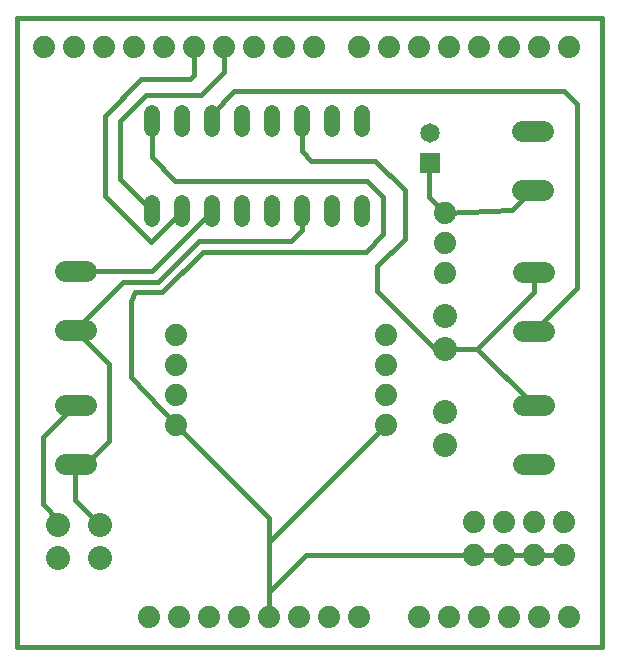
<source format=gtl>
G75*
%MOIN*%
%OFA0B0*%
%FSLAX25Y25*%
%IPPOS*%
%LPD*%
%AMOC8*
5,1,8,0,0,1.08239X$1,22.5*
%
%ADD10C,0.01600*%
%ADD11C,0.07400*%
%ADD12C,0.05200*%
%ADD13C,0.07050*%
%ADD14C,0.08000*%
%ADD15R,0.06500X0.06500*%
%ADD16C,0.06500*%
D10*
X0093524Y0001800D02*
X0093524Y0211249D01*
X0288406Y0211249D01*
X0288406Y0001800D01*
X0093524Y0001800D01*
X0107303Y0042536D02*
X0107303Y0044123D01*
X0102185Y0049241D01*
X0102185Y0071564D01*
X0112933Y0082312D01*
X0124232Y0070501D02*
X0116358Y0062627D01*
X0112933Y0062627D01*
X0112933Y0050686D01*
X0121083Y0042536D01*
X0124232Y0070501D02*
X0124232Y0096013D01*
X0112933Y0107312D01*
X0128878Y0123257D01*
X0140374Y0123257D01*
X0154154Y0137036D01*
X0184862Y0137036D01*
X0188445Y0140619D01*
X0188445Y0147036D01*
X0210059Y0157115D02*
X0215571Y0151603D01*
X0215571Y0139398D01*
X0209665Y0133493D01*
X0155335Y0133493D01*
X0141949Y0120107D01*
X0132894Y0120107D01*
X0131319Y0116957D01*
X0131319Y0091564D01*
X0146476Y0075619D01*
X0177524Y0044572D01*
X0177524Y0036587D01*
X0177524Y0011603D01*
X0177524Y0020107D01*
X0189728Y0032312D01*
X0245886Y0032312D01*
X0255886Y0032312D01*
X0265886Y0032312D01*
X0275886Y0032312D01*
X0216555Y0075619D02*
X0177524Y0036587D01*
X0246937Y0101221D02*
X0265650Y0082509D01*
X0246937Y0101221D02*
X0265650Y0119934D01*
X0265650Y0126603D01*
X0280138Y0121406D02*
X0265650Y0106918D01*
X0246937Y0101221D02*
X0236240Y0101221D01*
X0232882Y0101221D01*
X0213602Y0120501D01*
X0213602Y0128769D01*
X0222657Y0137824D01*
X0222657Y0153965D01*
X0212815Y0163808D01*
X0191555Y0163808D01*
X0188445Y0166918D01*
X0188445Y0177036D01*
X0165965Y0187036D02*
X0158445Y0179517D01*
X0158445Y0177036D01*
X0154941Y0185855D02*
X0136437Y0185855D01*
X0127776Y0177194D01*
X0127776Y0157706D01*
X0138445Y0147036D01*
X0148445Y0147036D02*
X0138051Y0136643D01*
X0138012Y0136643D01*
X0122657Y0151997D01*
X0122657Y0178769D01*
X0134862Y0190973D01*
X0151004Y0190973D01*
X0152524Y0192493D01*
X0152524Y0201603D01*
X0162524Y0201603D02*
X0162524Y0193438D01*
X0154941Y0185855D01*
X0165965Y0187036D02*
X0275807Y0187036D01*
X0280138Y0182706D01*
X0280138Y0121406D01*
X0258563Y0147272D02*
X0236043Y0146485D01*
X0230925Y0151603D01*
X0230925Y0162942D01*
X0231122Y0163139D01*
X0210059Y0157115D02*
X0146280Y0157115D01*
X0138445Y0164950D01*
X0138445Y0177036D01*
X0158445Y0147036D02*
X0138406Y0126997D01*
X0112933Y0126997D01*
X0258563Y0147272D02*
X0265256Y0153965D01*
D11*
X0236043Y0146485D03*
X0236043Y0136485D03*
X0236043Y0126485D03*
X0216555Y0105619D03*
X0216555Y0095619D03*
X0216555Y0085619D03*
X0216555Y0075619D03*
X0245886Y0043335D03*
X0255886Y0043335D03*
X0265886Y0043335D03*
X0275886Y0043335D03*
X0275886Y0032312D03*
X0265886Y0032312D03*
X0255886Y0032312D03*
X0245886Y0032312D03*
X0247524Y0011603D03*
X0237524Y0011603D03*
X0227524Y0011603D03*
X0207524Y0011603D03*
X0197524Y0011603D03*
X0187524Y0011603D03*
X0177524Y0011603D03*
X0167524Y0011603D03*
X0157524Y0011603D03*
X0147524Y0011603D03*
X0137524Y0011603D03*
X0146476Y0075619D03*
X0146476Y0085619D03*
X0146476Y0095619D03*
X0146476Y0105619D03*
X0257524Y0011603D03*
X0267524Y0011603D03*
X0277524Y0011603D03*
X0277524Y0201603D03*
X0267524Y0201603D03*
X0257524Y0201603D03*
X0247524Y0201603D03*
X0237524Y0201603D03*
X0227524Y0201603D03*
X0217524Y0201603D03*
X0207524Y0201603D03*
X0192524Y0201603D03*
X0182524Y0201603D03*
X0172524Y0201603D03*
X0162524Y0201603D03*
X0152524Y0201603D03*
X0142524Y0201603D03*
X0132524Y0201603D03*
X0122524Y0201603D03*
X0112524Y0201603D03*
X0102524Y0201603D03*
D12*
X0138445Y0179636D02*
X0138445Y0174436D01*
X0148445Y0174436D02*
X0148445Y0179636D01*
X0158445Y0179636D02*
X0158445Y0174436D01*
X0168445Y0174436D02*
X0168445Y0179636D01*
X0178445Y0179636D02*
X0178445Y0174436D01*
X0188445Y0174436D02*
X0188445Y0179636D01*
X0198445Y0179636D02*
X0198445Y0174436D01*
X0208445Y0174436D02*
X0208445Y0179636D01*
X0208445Y0149636D02*
X0208445Y0144436D01*
X0198445Y0144436D02*
X0198445Y0149636D01*
X0188445Y0149636D02*
X0188445Y0144436D01*
X0178445Y0144436D02*
X0178445Y0149636D01*
X0168445Y0149636D02*
X0168445Y0144436D01*
X0158445Y0144436D02*
X0158445Y0149636D01*
X0148445Y0149636D02*
X0148445Y0144436D01*
X0138445Y0144436D02*
X0138445Y0149636D01*
D13*
X0116458Y0126997D02*
X0109408Y0126997D01*
X0109408Y0107312D02*
X0116458Y0107312D01*
X0116458Y0082312D02*
X0109408Y0082312D01*
X0109408Y0062627D02*
X0116458Y0062627D01*
X0262125Y0062824D02*
X0269175Y0062824D01*
X0269175Y0082509D02*
X0262125Y0082509D01*
X0262125Y0106918D02*
X0269175Y0106918D01*
X0269175Y0126603D02*
X0262125Y0126603D01*
X0261731Y0153965D02*
X0268781Y0153965D01*
X0268781Y0173650D02*
X0261731Y0173650D01*
D14*
X0236240Y0112221D03*
X0236240Y0101221D03*
X0236240Y0080135D03*
X0236240Y0069135D03*
X0121083Y0042536D03*
X0121083Y0031536D03*
X0107303Y0031536D03*
X0107303Y0042536D03*
D15*
X0231122Y0163139D03*
D16*
X0231122Y0173139D03*
M02*

</source>
